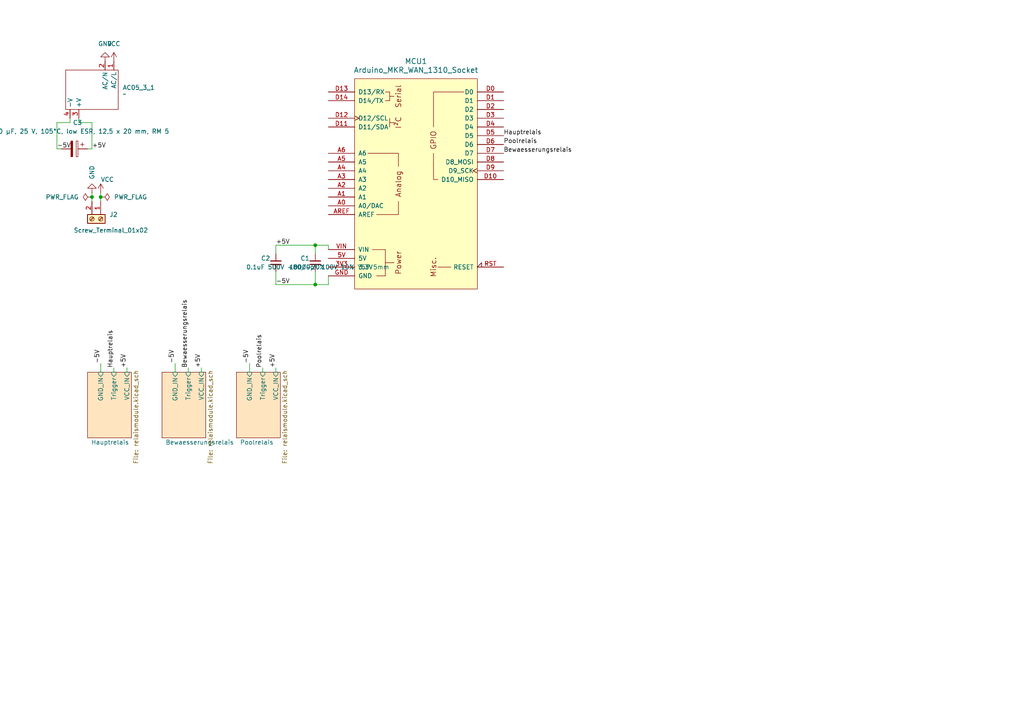
<source format=kicad_sch>
(kicad_sch (version 20250114) (generator "eeschema") (generator_version "9.0")
  (paper "A4")
  (title_block (title "Pumpensteuerung") (date "2025-04-20") (rev "V1.0.0"))
  (lib_symbols
    (symbol "AZ-Delivery:AC-05-3"
      (property "Reference" "AC05_3_1" (at 0 0 0))
      (symbol "AC-05-3_0_1"
        (rectangle (start -5.08 7.62) (end 6.35 -7.62))
      )
      (symbol "AC-05-3_1_1"
        (pin power_out line (at -7.62 6.35 0) (length 2.54) (name "-V") (number "4"))
        (pin power_out line (at -7.62 3.81 0) (length 2.54) (name "+V") (number "3"))
        (pin power_in line (at 8.89 -3.81 180) (length 2.54) (name "AC/N") (number "2"))
        (pin power_in line (at 8.89 -6.35 180) (length 2.54) (name "AC/L") (number "1"))
      )
    )
    (symbol "Connector:Screw_Terminal_01x02" (pin_names (offset 1.016) (hide yes))
      (property "Reference" "J" (at 0 2.54 0))
      (property "Value" "Screw_Terminal_01x02" (at 0 -5.08 0))
      (symbol "Screw_Terminal_01x02_1_1"
        (rectangle (start -1.27 1.27) (end 1.27 -3.81) (stroke (width 0.254)) (fill (type background)))
        (polyline (pts (xy -0.5334 0.3302) (xy 0.3302 -0.508)) (stroke (width 0.1524)))
        (polyline (pts (xy -0.5334 -2.2098) (xy 0.3302 -3.048)) (stroke (width 0.1524)))
        (polyline (pts (xy -0.3556 0.508) (xy 0.508 -0.3302)) (stroke (width 0.1524)))
        (polyline (pts (xy -0.3556 -2.032) (xy 0.508 -2.8702)) (stroke (width 0.1524)))
        (circle (center 0 0) (radius 0.635) (stroke (width 0.1524)))
        (circle (center 0 -2.54) (radius 0.635) (stroke (width 0.1524)))
        (pin passive line (at -5.08 0 0) (length 3.81) (name "Pin_1") (number "1"))
        (pin passive line (at -5.08 -2.54 0) (length 3.81) (name "Pin_2") (number "2"))
      )
    )
    (symbol "Device:C_Polarized" (pin_numbers (hide yes)) (pin_names (offset 0.254))
      (property "Reference" "C" (at 0.635 2.54 0))
      (property "Value" "C_Polarized" (at 0.635 -2.54 0))
      (symbol "C_Polarized_0_1"
        (rectangle (start -2.286 0.508) (end 2.286 1.016))
        (polyline (pts (xy -1.778 2.286) (xy -0.762 2.286)))
        (polyline (pts (xy -1.27 2.794) (xy -1.27 1.778)))
        (rectangle (start 2.286 -0.508) (end -2.286 -1.016) (fill (type outline)))
      )
      (symbol "C_Polarized_1_1"
        (pin passive line (at 0 3.81 270) (length 2.794) (name "~") (number "1"))
        (pin passive line (at 0 -3.81 90) (length 2.794) (name "~") (number "2"))
      )
    )
    (symbol "Device:C_Small" (pin_numbers (hide yes)) (pin_names (offset 0.254) (hide yes))
      (property "Reference" "C" (at 0.254 1.778 0))
      (property "Value" "C_Small" (at 0.254 -2.032 0))
      (symbol "C_Small_0_1"
        (polyline (pts (xy -1.524 0.508) (xy 1.524 0.508)) (stroke (width 0.3048)))
        (polyline (pts (xy -1.524 -0.508) (xy 1.524 -0.508)) (stroke (width 0.3302)))
      )
      (symbol "C_Small_1_1"
        (pin passive line (at 0 2.54 270) (length 2.032) (name "~") (number "1"))
        (pin passive line (at 0 -2.54 90) (length 2.032) (name "~") (number "2"))
      )
    )
    (symbol "PCM_arduino-library:Arduino_MKR_WAN_1310_Socket" (pin_names (offset 1.016))
      (property "Reference" "A" (at 0 36.83 0))
      (property "Value" "Arduino_MKR_WAN_1310_Socket" (at 0 33.02 0))
      (symbol "Arduino_MKR_WAN_1310_Socket_0_0"
        (rectangle (start -17.78 30.48) (end 17.78 -30.48) (fill (type background)))
        (rectangle (start -12.7 -19.05) (end -8.89 -19.05))
        (rectangle (start -11.43 -26.67) (end -8.89 -26.67))
        (polyline (pts (xy -8.89 26.67) (xy -7.62 26.67) (xy -7.62 24.13) (xy -8.89 24.13)))
        (polyline (pts (xy -8.89 -19.05) (xy -8.89 -26.67)))
        (rectangle (start -8.89 -22.86) (end -6.35 -22.86))
        (polyline (pts (xy -7.62 25.4) (xy -6.35 25.4)))
        (polyline (pts (xy -5.08 5.08) (xy -5.08 8.89) (xy -13.97 8.89)))
        (polyline (pts (xy -5.08 -5.08) (xy -5.08 -8.89) (xy -11.43 -8.89)))
        (polyline (pts (xy 5.08 16.51) (xy 5.08 26.67) (xy 13.97 26.67)))
        (polyline (pts (xy 5.08 8.89) (xy 5.08 1.27) (xy 6.35 1.27)))
        (rectangle (start 6.35 -24.13) (end 10.16 -24.13))
        (text "Serial" (at -5.08 25.4 900) (effects (font (size 1.524 1.524))))
        (text "I²C" (at -5.08 17.78 900) (effects (font (size 1.524 1.524))))
        (text "Analog" (at -5.08 0 900) (effects (font (size 1.524 1.524))))
        (text "Power" (at -5.08 -22.86 900) (effects (font (size 1.524 1.524))))
        (text "Misc." (at 5.08 -24.13 900) (effects (font (size 1.524 1.524))))
      )
      (symbol "Arduino_MKR_WAN_1310_Socket_0_1"
        (polyline (pts (xy -7.62 17.78) (xy -6.35 17.78)))
        (polyline (pts (xy -7.62 16.51) (xy -7.62 19.05)))
      )
      (symbol "Arduino_MKR_WAN_1310_Socket_1_0"
        (text "GPIO" (at 5.08 12.7 900) (effects (font (size 1.524 1.524))))
      )
      (symbol "Arduino_MKR_WAN_1310_Socket_1_1"
        (pin bidirectional line (at -25.4 26.67 0) (length 7.62) (name "D13/RX") (number "D13"))
        (pin bidirectional line (at -25.4 24.13 0) (length 7.62) (name "D14/TX") (number "D14"))
        (pin bidirectional clock (at -25.4 19.05 0) (length 7.62) (name "D12/SCL") (number "D12"))
        (pin bidirectional line (at -25.4 16.51 0) (length 7.62) (name "D11/SDA") (number "D11"))
        (pin bidirectional line (at -25.4 8.89 0) (length 7.62) (name "A6") (number "A6"))
        (pin bidirectional line (at -25.4 6.35 0) (length 7.62) (name "A5") (number "A5"))
        (pin bidirectional line (at -25.4 3.81 0) (length 7.62) (name "A4") (number "A4"))
        (pin bidirectional line (at -25.4 1.27 0) (length 7.62) (name "A3") (number "A3"))
        (pin bidirectional line (at -25.4 -1.27 0) (length 7.62) (name "A2") (number "A2"))
        (pin bidirectional line (at -25.4 -3.81 0) (length 7.62) (name "A1") (number "A1"))
        (pin bidirectional line (at -25.4 -6.35 0) (length 7.62) (name "A0/DAC") (number "A0"))
        (pin input line (at -25.4 -8.89 0) (length 7.62) (name "AREF") (number "AREF"))
        (pin power_in line (at -25.4 -19.05 0) (length 7.62) (name "VIN") (number "VIN"))
        (pin power_in line (at -25.4 -21.59 0) (length 7.62) (name "5V") (number "5V"))
        (pin power_out line (at -25.4 -24.13 0) (length 7.62) (name "3.3V") (number "3V3"))
        (pin power_in line (at -25.4 -26.67 0) (length 7.62) (name "GND") (number "GND"))
        (pin bidirectional line (at 25.4 26.67 180) (length 7.62) (name "D0") (number "D0"))
        (pin bidirectional line (at 25.4 24.13 180) (length 7.62) (name "D1") (number "D1"))
        (pin bidirectional line (at 25.4 21.59 180) (length 7.62) (name "D2") (number "D2"))
        (pin bidirectional line (at 25.4 19.05 180) (length 7.62) (name "D3") (number "D3"))
        (pin bidirectional line (at 25.4 16.51 180) (length 7.62) (name "D4") (number "D4"))
        (pin bidirectional line (at 25.4 13.97 180) (length 7.62) (name "D5") (number "D5"))
        (pin bidirectional line (at 25.4 11.43 180) (length 7.62) (name "D6") (number "D6"))
        (pin bidirectional line (at 25.4 8.89 180) (length 7.62) (name "D7") (number "D7"))
        (pin bidirectional line (at 25.4 6.35 180) (length 7.62) (name "D8_MOSI") (number "D8"))
        (pin bidirectional clock (at 25.4 3.81 180) (length 7.62) (name "D9_SCK") (number "D9"))
        (pin bidirectional line (at 25.4 1.27 180) (length 7.62) (name "D10_MISO") (number "D10"))
        (pin open_collector input_low (at 25.4 -24.13 180) (length 7.62) (name "RESET") (number "RST"))
      )
    )
    (symbol "power:GND" (power) (pin_numbers (hide yes)) (pin_names (offset 0) (hide yes))
      (property "Value" "GND" (at 0 -3.81 0))
      (symbol "GND_0_1"
        (polyline (pts (xy 0 0) (xy 0 -1.27) (xy 1.27 -1.27) (xy 0 -2.54) (xy -1.27 -1.27) (xy 0 -1.27)))
      )
      (symbol "GND_1_1"
        (pin power_in line (at 0 0 270) (length 0) (name "~") (number "1"))
      )
    )
    (symbol "power:PWR_FLAG" (power) (pin_numbers (hide yes)) (pin_names (offset 0) (hide yes))
      (property "Value" "PWR_FLAG" (at 0 3.81 0))
      (symbol "PWR_FLAG_0_0"
        (pin power_out line (at 0 0 90) (length 0) (name "~") (number "1"))
      )
      (symbol "PWR_FLAG_0_1"
        (polyline (pts (xy 0 0) (xy 0 1.27) (xy -1.016 1.905) (xy 0 2.54) (xy 1.016 1.905) (xy 0 1.27)))
      )
    )
    (symbol "power:VCC" (power) (pin_numbers (hide yes)) (pin_names (offset 0) (hide yes))
      (property "Value" "VCC" (at 0 3.556 0))
      (symbol "VCC_0_1"
        (polyline (pts (xy -0.762 1.27) (xy 0 2.54)))
        (polyline (pts (xy 0 2.54) (xy 0.762 1.27)))
        (polyline (pts (xy 0 0) (xy 0 2.54)))
      )
      (symbol "VCC_1_1"
        (pin power_in line (at 0 0 90) (length 0) (name "~") (number "1"))
      )
    )
  )
  (junction (at 29.21 57.15))
  (junction (at 91.44 71.12))
  (junction (at 26.67 57.15))
  (junction (at 91.44 82.55))
  (wire (pts (xy 80.01 71.12) (xy 80.01 73.66)))
  (wire (pts (xy 22.86 35.56) (xy 26.67 35.56)))
  (wire (pts (xy 91.44 78.74) (xy 91.44 82.55)))
  (wire (pts (xy 36.83 106.68) (xy 36.83 107.95)))
  (wire (pts (xy 33.02 106.68) (xy 33.02 107.95)))
  (wire (pts (xy 20.32 34.29) (xy 20.32 35.56)))
  (wire (pts (xy 91.44 82.55) (xy 80.01 82.55)))
  (wire (pts (xy 80.01 78.74) (xy 80.01 82.55)))
  (wire (pts (xy 26.67 35.56) (xy 26.67 43.18)))
  (wire (pts (xy 22.86 34.29) (xy 22.86 35.56)))
  (wire (pts (xy 91.44 71.12) (xy 80.01 71.12)))
  (wire (pts (xy 26.67 55.88) (xy 26.67 57.15)))
  (wire (pts (xy 72.39 105.41) (xy 72.39 107.95)))
  (wire (pts (xy 80.01 106.68) (xy 80.01 107.95)))
  (wire (pts (xy 95.25 82.55) (xy 95.25 80.01)))
  (wire (pts (xy 58.42 106.68) (xy 58.42 107.95)))
  (wire (pts (xy 26.67 57.15) (xy 26.67 58.42)))
  (wire (pts (xy 95.25 71.12) (xy 91.44 71.12)))
  (wire (pts (xy 91.44 82.55) (xy 95.25 82.55)))
  (wire (pts (xy 29.21 57.15) (xy 29.21 58.42)))
  (wire (pts (xy 91.44 71.12) (xy 91.44 73.66)))
  (wire (pts (xy 54.61 106.68) (xy 54.61 107.95)))
  (wire (pts (xy 20.32 35.56) (xy 16.51 35.56)))
  (wire (pts (xy 95.25 72.39) (xy 95.25 71.12)))
  (wire (pts (xy 76.2 106.68) (xy 76.2 107.95)))
  (wire (pts (xy 29.21 105.41) (xy 29.21 107.95)))
  (wire (pts (xy 25.4 43.18) (xy 26.67 43.18)))
  (wire (pts (xy 29.21 55.88) (xy 29.21 57.15)))
  (wire (pts (xy 16.51 35.56) (xy 16.51 43.18)))
  (wire (pts (xy 50.8 105.41) (xy 50.8 107.95)))
  (wire (pts (xy 16.51 43.18) (xy 17.78 43.18)))
  (label "+5V" (at 80.01 71.12 0))
  (label "Bewaesserungsrelais" (at 146.05 44.45 0))
  (label "-5V" (at 29.21 105.41 90))
  (label "Hauptrelais" (at 33.02 106.68 90))
  (label "-5V" (at 16.51 43.18 0))
  (label "-5V" (at 80.01 82.55 0))
  (label "Bewaesserungsrelais" (at 54.61 106.68 90))
  (label "Hauptrelais" (at 146.05 39.37 0))
  (label "+5V" (at 58.42 106.68 90))
  (label "Poolrelais" (at 146.05 41.91 0))
  (label "-5V" (at 50.8 105.41 90))
  (label "-5V" (at 72.39 105.41 90))
  (label "+5V" (at 36.83 106.68 90))
  (label "Poolrelais" (at 76.2 106.68 90))
  (label "+5V" (at 80.01 106.68 90))
  (label "+5V" (at 26.67 43.18 0))
  (symbol (lib_id "Device:C_Small") (at 91.44 76.2 0) (unit 1)
    (property "Reference" "C1" (at 87.122 74.93 0) (effects (justify left)))
    (property "Value" "10000pF 100V 10% Y5P 5mm" (at 83.82 77.47 0) (effects (justify left)))
    (property "Footprint" "Capacitor_THT:C_Disc_D5.0mm_W2.5mm_P5.00mm" (effects (hide yes)))
    (property "Description" "Unpolarized capacitor, small symbol" (effects (hide yes)))
    (property "MPN" "D103K43Y5PH6TJ5R" (effects (hide yes)))
  )
  (symbol (lib_id "power:GND") (at 26.67 55.88 180) (unit 1)
    (property "Reference" "#PWR01" (effects (hide yes)))
    (property "Value" "GND" (at 26.6699 52.07 90) (effects (justify right)))
    (property "Description" "Power symbol creates a global label with name \"GND\" , ground" (effects (hide yes)))
  )
  (symbol (lib_id "PCM_arduino-library:Arduino_MKR_WAN_1310_Socket") (at 120.65 53.34 0) (unit 1)
    (property "Reference" "MCU1" (at 120.65 17.78 0) (effects (font (size 1.524 1.524))))
    (property "Value" "Arduino_MKR_WAN_1310_Socket" (at 120.65 20.32 0) (effects (font (size 1.524 1.524))))
    (property "Footprint" "PCM_arduino-library:Arduino_MKR_FOX_1200_Socket" (effects (hide yes)))
    (property "Datasheet" "https://docs.arduino.cc/hardware/mkr-wan-1310" (effects (hide yes)))
    (property "Description" "Socket for Arduino MKR WAN 1310" (effects (hide yes)))
    (property "MPN" "ABX00029" (effects (hide yes)))
  )
  (symbol (lib_id "Device:C_Polarized") (at 21.59 43.18 270) (unit 1)
    (property "Reference" "C3" (at 22.479 35.56 90))
    (property "Value" "1000 µF, 25 V, 105°C, low ESR, 12,5 x 20 mm, RM 5" (at 22.479 38.1 90))
    (property "Footprint" "Capacitor_THT:CP_Radial_D12.5mm_P5.00mm" (effects (hide yes)))
    (property "Description" "Polarized capacitor" (effects (hide yes)))
    (property "MPN" "EEUFM1E102" (effects (hide yes)))
  )
  (symbol (lib_id "Device:C_Small") (at 80.01 76.2 0) (unit 1)
    (property "Reference" "C2" (at 75.692 74.93 0) (effects (justify left)))
    (property "Value" "0.1uF 500V +80/-20%" (at 71.374 77.47 0) (effects (justify left)))
    (property "Footprint" "Capacitor_THT:C_Disc_D5.0mm_W2.5mm_P5.00mm" (effects (hide yes)))
    (property "Description" "Unpolarized capacitor, small symbol" (effects (hide yes)))
    (property "MPN" "S104Z93Z5VL83L0R" (effects (hide yes)))
  )
  (symbol (lib_id "AZ-Delivery:AC-05-3") (at 26.67 26.67 90) (unit 1)
    (property "Reference" "AC05_3_1" (at 35.56 25.3999 90) (effects (justify right)))
    (property "Value" "~" (at 35.56 27.305 90) (effects (justify right)))
    (property "Footprint" "AZFootprints:AZ_PSU_Module" (effects (hide yes)))
  )
  (symbol (lib_id "power:VCC") (at 33.02 17.78 0) (unit 1)
    (property "Reference" "#PWR04" (effects (hide yes)))
    (property "Value" "VCC" (at 33.02 12.7 0))
    (property "Description" "Power symbol creates a global label with name \"VCC\"" (effects (hide yes)))
  )
  (symbol (lib_id "power:GND") (at 30.48 17.78 180) (unit 1)
    (property "Reference" "#PWR03" (effects (hide yes)))
    (property "Value" "GND" (at 30.48 12.7 0))
    (property "Description" "Power symbol creates a global label with name \"GND\" , ground" (effects (hide yes)))
  )
  (symbol (lib_id "power:PWR_FLAG") (at 26.67 57.15 90) (unit 1)
    (property "Reference" "#FLG01" (effects (hide yes)))
    (property "Value" "PWR_FLAG" (at 22.86 57.1499 90) (effects (justify left)))
    (property "Description" "Special symbol for telling ERC where power comes from" (effects (hide yes)))
  )
  (symbol (lib_id "power:PWR_FLAG") (at 29.21 57.15 270) (unit 1)
    (property "Reference" "#FLG02" (effects (hide yes)))
    (property "Value" "PWR_FLAG" (at 33.02 57.1499 90) (effects (justify left)))
    (property "Description" "Special symbol for telling ERC where power comes from" (effects (hide yes)))
  )
  (symbol (lib_id "Connector:Screw_Terminal_01x02") (at 29.21 63.5 270) (unit 1)
    (property "Reference" "J2" (at 31.75 62.2299 90) (effects (justify left)))
    (property "Value" "Screw_Terminal_01x02" (at 21.336 66.802 90) (effects (justify left)))
    (property "Footprint" "PhoenixContact:MKDSN 1,5_2-5,08" (effects (hide yes)))
    (property "Description" "Generic screw terminal, single row, 01x02, script generated (kicad-library-utils/schlib/autogen/connector/)" (effects (hide yes)))
    (property "MPN" "1729128" (effects (hide yes)))
  )
  (symbol (lib_id "power:VCC") (at 29.21 55.88 0) (unit 1)
    (property "Reference" "#PWR02" (effects (hide yes)))
    (property "Value" "VCC" (at 29.2101 52.07 0) (effects (justify left)))
    (property "Description" "Power symbol creates a global label with name \"VCC\"" (effects (hide yes)))
  )
  (sheet (at 25.4 107.95) (size 12.7 19.05) (stroke (width 0.1524)) (fill (color 255 229 191 1.0000))
    (property "Sheetname" "Hauptrelais" (at 26.416 129.032 0) (effects (justify left bottom)))
    (property "Sheetfile" "relaismodule.kicad_sch" (at 38.6846 134.62 90) (effects (justify left top)))
    (pin "Trigger" input (at 33.02 107.95 90))
    (pin "VCC_IN" input (at 36.83 107.95 90))
    (pin "GND_IN" input (at 29.21 107.95 90))
  )
  (sheet (at 68.58 107.95) (size 12.7 19.05) (stroke (width 0.1524)) (fill (color 255 229 191 1.0000))
    (property "Sheetname" "Poolrelais" (at 69.596 129.032 0) (effects (justify left bottom)))
    (property "Sheetfile" "relaismodule.kicad_sch" (at 81.8646 134.62 90) (effects (justify left top)))
    (pin "Trigger" input (at 76.2 107.95 90))
    (pin "VCC_IN" input (at 80.01 107.95 90))
    (pin "GND_IN" input (at 72.39 107.95 90))
  )
  (sheet (at 46.99 107.95) (size 12.7 19.05) (stroke (width 0.1524)) (fill (color 255 229 191 1.0000))
    (property "Sheetname" "Bewaesserungsrelais" (at 48.006 129.032 0) (effects (justify left bottom)))
    (property "Sheetfile" "relaismodule.kicad_sch" (at 60.2746 134.62 90) (effects (justify left top)))
    (pin "Trigger" input (at 54.61 107.95 90))
    (pin "VCC_IN" input (at 58.42 107.95 90))
    (pin "GND_IN" input (at 50.8 107.95 90))
  )
)
</source>
